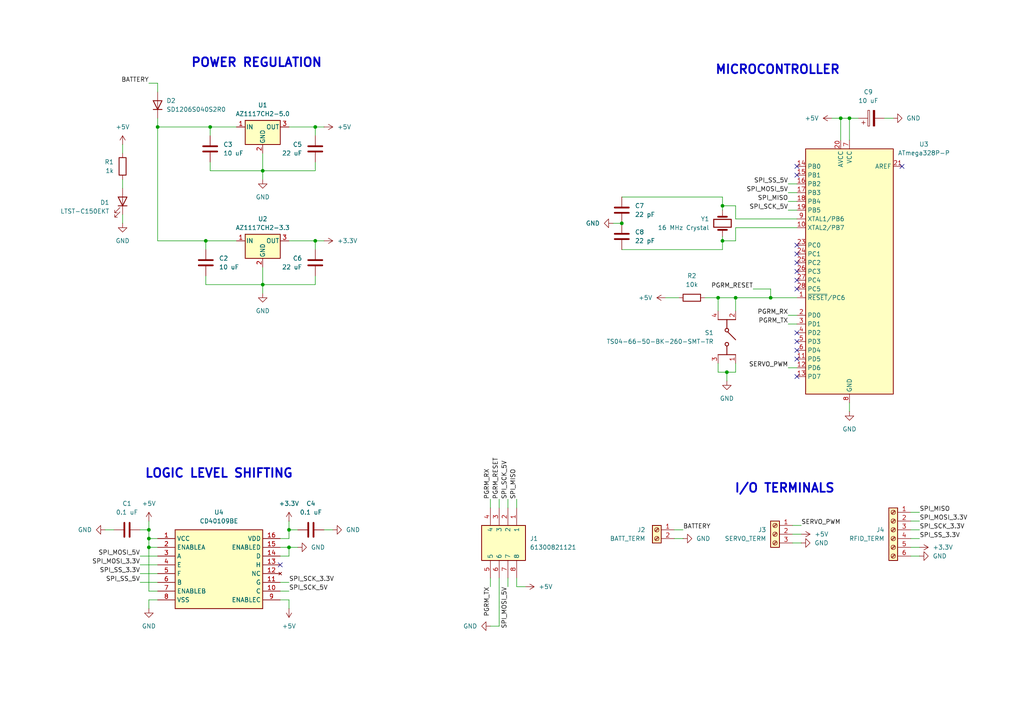
<source format=kicad_sch>
(kicad_sch (version 20250114) (generator "eeschema") (generator_version "9.0")
  (paper "A4")
  (lib_symbols
    (symbol "Connector:Screw_Terminal_01x02" (pin_names (offset 1.016) (hide yes))
      (property "Reference" "J" (at 0 2.54 0))
      (property "Value" "Screw_Terminal_01x02" (at 0 -5.08 0))
      (symbol "Screw_Terminal_01x02_1_1"
        (rectangle (start -1.27 1.27) (end 1.27 -3.81) (stroke (width 0.254)) (fill (type background)))
        (polyline (pts (xy -0.5334 0.3302) (xy 0.3302 -0.508)) (stroke (width 0.1524)))
        (polyline (pts (xy -0.5334 -2.2098) (xy 0.3302 -3.048)) (stroke (width 0.1524)))
        (polyline (pts (xy -0.3556 0.508) (xy 0.508 -0.3302)) (stroke (width 0.1524)))
        (polyline (pts (xy -0.3556 -2.032) (xy 0.508 -2.8702)) (stroke (width 0.1524)))
        (circle (center 0 0) (radius 0.635) (stroke (width 0.1524)))
        (circle (center 0 -2.54) (radius 0.635) (stroke (width 0.1524)))
        (pin passive line (at -5.08 0 0) (length 3.81) (name "Pin_1") (number "1"))
        (pin passive line (at -5.08 -2.54 0) (length 3.81) (name "Pin_2") (number "2"))
      )
    )
    (symbol "Connector:Screw_Terminal_01x03" (pin_names (offset 1.016) (hide yes))
      (property "Reference" "J" (at 0 5.08 0))
      (property "Value" "Screw_Terminal_01x03" (at 0 -5.08 0))
      (symbol "Screw_Terminal_01x03_1_1"
        (rectangle (start -1.27 3.81) (end 1.27 -3.81) (stroke (width 0.254)) (fill (type background)))
        (polyline (pts (xy -0.5334 2.8702) (xy 0.3302 2.032)) (stroke (width 0.1524)))
        (polyline (pts (xy -0.5334 0.3302) (xy 0.3302 -0.508)) (stroke (width 0.1524)))
        (polyline (pts (xy -0.5334 -2.2098) (xy 0.3302 -3.048)) (stroke (width 0.1524)))
        (polyline (pts (xy -0.3556 3.048) (xy 0.508 2.2098)) (stroke (width 0.1524)))
        (polyline (pts (xy -0.3556 0.508) (xy 0.508 -0.3302)) (stroke (width 0.1524)))
        (polyline (pts (xy -0.3556 -2.032) (xy 0.508 -2.8702)) (stroke (width 0.1524)))
        (circle (center 0 2.54) (radius 0.635) (stroke (width 0.1524)))
        (circle (center 0 0) (radius 0.635) (stroke (width 0.1524)))
        (circle (center 0 -2.54) (radius 0.635) (stroke (width 0.1524)))
        (pin passive line (at -5.08 2.54 0) (length 3.81) (name "Pin_1") (number "1"))
        (pin passive line (at -5.08 0 0) (length 3.81) (name "Pin_2") (number "2"))
        (pin passive line (at -5.08 -2.54 0) (length 3.81) (name "Pin_3") (number "3"))
      )
    )
    (symbol "Connector:Screw_Terminal_01x06" (pin_names (offset 1.016) (hide yes))
      (property "Reference" "J" (at 0 7.62 0))
      (property "Value" "Screw_Terminal_01x06" (at 0 -10.16 0))
      (symbol "Screw_Terminal_01x06_1_1"
        (rectangle (start -1.27 6.35) (end 1.27 -8.89) (stroke (width 0.254)) (fill (type background)))
        (polyline (pts (xy -0.5334 5.4102) (xy 0.3302 4.572)) (stroke (width 0.1524)))
        (polyline (pts (xy -0.5334 2.8702) (xy 0.3302 2.032)) (stroke (width 0.1524)))
        (polyline (pts (xy -0.5334 0.3302) (xy 0.3302 -0.508)) (stroke (width 0.1524)))
        (polyline (pts (xy -0.5334 -2.2098) (xy 0.3302 -3.048)) (stroke (width 0.1524)))
        (polyline (pts (xy -0.5334 -4.7498) (xy 0.3302 -5.588)) (stroke (width 0.1524)))
        (polyline (pts (xy -0.5334 -7.2898) (xy 0.3302 -8.128)) (stroke (width 0.1524)))
        (polyline (pts (xy -0.3556 5.588) (xy 0.508 4.7498)) (stroke (width 0.1524)))
        (polyline (pts (xy -0.3556 3.048) (xy 0.508 2.2098)) (stroke (width 0.1524)))
        (polyline (pts (xy -0.3556 0.508) (xy 0.508 -0.3302)) (stroke (width 0.1524)))
        (polyline (pts (xy -0.3556 -2.032) (xy 0.508 -2.8702)) (stroke (width 0.1524)))
        (polyline (pts (xy -0.3556 -4.572) (xy 0.508 -5.4102)) (stroke (width 0.1524)))
        (polyline (pts (xy -0.3556 -7.112) (xy 0.508 -7.9502)) (stroke (width 0.1524)))
        (circle (center 0 5.08) (radius 0.635) (stroke (width 0.1524)))
        (circle (center 0 2.54) (radius 0.635) (stroke (width 0.1524)))
        (circle (center 0 0) (radius 0.635) (stroke (width 0.1524)))
        (circle (center 0 -2.54) (radius 0.635) (stroke (width 0.1524)))
        (circle (center 0 -5.08) (radius 0.635) (stroke (width 0.1524)))
        (circle (center 0 -7.62) (radius 0.635) (stroke (width 0.1524)))
        (pin passive line (at -5.08 5.08 0) (length 3.81) (name "Pin_1") (number "1"))
        (pin passive line (at -5.08 2.54 0) (length 3.81) (name "Pin_2") (number "2"))
        (pin passive line (at -5.08 0 0) (length 3.81) (name "Pin_3") (number "3"))
        (pin passive line (at -5.08 -2.54 0) (length 3.81) (name "Pin_4") (number "4"))
        (pin passive line (at -5.08 -5.08 0) (length 3.81) (name "Pin_5") (number "5"))
        (pin passive line (at -5.08 -7.62 0) (length 3.81) (name "Pin_6") (number "6"))
      )
    )
    (symbol "Device:C" (pin_numbers (hide yes)) (pin_names (offset 0.254))
      (property "Reference" "C" (at 0.635 2.54 0))
      (property "Value" "C" (at 0.635 -2.54 0))
      (symbol "C_0_1"
        (polyline (pts (xy -2.032 0.762) (xy 2.032 0.762)) (stroke (width 0.508)))
        (polyline (pts (xy -2.032 -0.762) (xy 2.032 -0.762)) (stroke (width 0.508)))
      )
      (symbol "C_1_1"
        (pin passive line (at 0 3.81 270) (length 2.794) (name "~") (number "1"))
        (pin passive line (at 0 -3.81 90) (length 2.794) (name "~") (number "2"))
      )
    )
    (symbol "Device:C_Polarized" (pin_numbers (hide yes)) (pin_names (offset 0.254))
      (property "Reference" "C" (at 0.635 2.54 0))
      (property "Value" "C_Polarized" (at 0.635 -2.54 0))
      (symbol "C_Polarized_0_1"
        (rectangle (start -2.286 0.508) (end 2.286 1.016))
        (polyline (pts (xy -1.778 2.286) (xy -0.762 2.286)))
        (polyline (pts (xy -1.27 2.794) (xy -1.27 1.778)))
        (rectangle (start 2.286 -0.508) (end -2.286 -1.016) (fill (type outline)))
      )
      (symbol "C_Polarized_1_1"
        (pin passive line (at 0 3.81 270) (length 2.794) (name "~") (number "1"))
        (pin passive line (at 0 -3.81 90) (length 2.794) (name "~") (number "2"))
      )
    )
    (symbol "Device:Crystal" (pin_numbers (hide yes)) (pin_names (offset 1.016) (hide yes))
      (property "Reference" "Y" (at 0 3.81 0))
      (property "Value" "Crystal" (at 0 -3.81 0))
      (symbol "Crystal_0_1"
        (polyline (pts (xy -2.54 0) (xy -1.905 0)))
        (polyline (pts (xy -1.905 -1.27) (xy -1.905 1.27)) (stroke (width 0.508)))
        (rectangle (start -1.143 2.54) (end 1.143 -2.54) (stroke (width 0.3048)))
        (polyline (pts (xy 1.905 -1.27) (xy 1.905 1.27)) (stroke (width 0.508)))
        (polyline (pts (xy 2.54 0) (xy 1.905 0)))
      )
      (symbol "Crystal_1_1"
        (pin passive line (at -3.81 0 0) (length 1.27) (name "1") (number "1"))
        (pin passive line (at 3.81 0 180) (length 1.27) (name "2") (number "2"))
      )
    )
    (symbol "Device:D" (pin_numbers (hide yes)) (pin_names (offset 1.016) (hide yes))
      (property "Reference" "D" (at 0 2.54 0))
      (property "Value" "D" (at 0 -2.54 0))
      (symbol "D_0_1"
        (polyline (pts (xy -1.27 1.27) (xy -1.27 -1.27)) (stroke (width 0.254)))
        (polyline (pts (xy 1.27 1.27) (xy 1.27 -1.27) (xy -1.27 0) (xy 1.27 1.27)) (stroke (width 0.254)))
        (polyline (pts (xy 1.27 0) (xy -1.27 0)))
      )
      (symbol "D_1_1"
        (pin passive line (at -3.81 0 0) (length 2.54) (name "K") (number "1"))
        (pin passive line (at 3.81 0 180) (length 2.54) (name "A") (number "2"))
      )
    )
    (symbol "Device:LED" (pin_numbers (hide yes)) (pin_names (offset 1.016) (hide yes))
      (property "Reference" "D" (at 0 2.54 0))
      (property "Value" "LED" (at 0 -2.54 0))
      (symbol "LED_0_1"
        (polyline (pts (xy -3.048 -0.762) (xy -4.572 -2.286) (xy -3.81 -2.286) (xy -4.572 -2.286) (xy -4.572 -1.524)))
        (polyline (pts (xy -1.778 -0.762) (xy -3.302 -2.286) (xy -2.54 -2.286) (xy -3.302 -2.286) (xy -3.302 -1.524)))
        (polyline (pts (xy -1.27 0) (xy 1.27 0)))
        (polyline (pts (xy -1.27 -1.27) (xy -1.27 1.27)) (stroke (width 0.254)))
        (polyline (pts (xy 1.27 -1.27) (xy 1.27 1.27) (xy -1.27 0) (xy 1.27 -1.27)) (stroke (width 0.254)))
      )
      (symbol "LED_1_1"
        (pin passive line (at -3.81 0 0) (length 2.54) (name "K") (number "1"))
        (pin passive line (at 3.81 0 180) (length 2.54) (name "A") (number "2"))
      )
    )
    (symbol "Device:R" (pin_numbers (hide yes)) (pin_names (offset 0))
      (property "Reference" "R" (at 2.032 0 90))
      (property "Value" "R" (at 0 0 90))
      (symbol "R_0_1"
        (rectangle (start -1.016 -2.54) (end 1.016 2.54) (stroke (width 0.254)))
      )
      (symbol "R_1_1"
        (pin passive line (at 0 3.81 270) (length 1.27) (name "~") (number "1"))
        (pin passive line (at 0 -3.81 90) (length 1.27) (name "~") (number "2"))
      )
    )
    (symbol "MCU_Microchip_ATmega:ATmega328P-P"
      (property "Reference" "U" (at -12.7 36.83 0))
      (property "Value" "ATmega328P-P" (at 2.54 -36.83 0))
      (symbol "ATmega328P-P_0_1"
        (rectangle (start -12.7 -35.56) (end 12.7 35.56) (stroke (width 0.254)) (fill (type background)))
      )
      (symbol "ATmega328P-P_1_1"
        (pin passive line (at -15.24 30.48 0) (length 2.54) (name "AREF") (number "21"))
        (pin power_in line (at 0 38.1 270) (length 2.54) (name "VCC") (number "7"))
        (pin passive line (at 0 -38.1 90) (length 2.54) (hide yes) (name "GND") (number "22"))
        (pin power_in line (at 0 -38.1 90) (length 2.54) (name "GND") (number "8"))
        (pin power_in line (at 2.54 38.1 270) (length 2.54) (name "AVCC") (number "20"))
        (pin bidirectional line (at 15.24 30.48 180) (length 2.54) (name "PB0") (number "14"))
        (pin bidirectional line (at 15.24 27.94 180) (length 2.54) (name "PB1") (number "15"))
        (pin bidirectional line (at 15.24 25.4 180) (length 2.54) (name "PB2") (number "16"))
        (pin bidirectional line (at 15.24 22.86 180) (length 2.54) (name "PB3") (number "17"))
        (pin bidirectional line (at 15.24 20.32 180) (length 2.54) (name "PB4") (number "18"))
        (pin bidirectional line (at 15.24 17.78 180) (length 2.54) (name "PB5") (number "19"))
        (pin bidirectional line (at 15.24 15.24 180) (length 2.54) (name "XTAL1/PB6") (number "9"))
        (pin bidirectional line (at 15.24 12.7 180) (length 2.54) (name "XTAL2/PB7") (number "10"))
        (pin bidirectional line (at 15.24 7.62 180) (length 2.54) (name "PC0") (number "23"))
        (pin bidirectional line (at 15.24 5.08 180) (length 2.54) (name "PC1") (number "24"))
        (pin bidirectional line (at 15.24 2.54 180) (length 2.54) (name "PC2") (number "25"))
        (pin bidirectional line (at 15.24 0 180) (length 2.54) (name "PC3") (number "26"))
        (pin bidirectional line (at 15.24 -2.54 180) (length 2.54) (name "PC4") (number "27"))
        (pin bidirectional line (at 15.24 -5.08 180) (length 2.54) (name "PC5") (number "28"))
        (pin bidirectional line (at 15.24 -7.62 180) (length 2.54) (name "~{RESET}/PC6") (number "1"))
        (pin bidirectional line (at 15.24 -12.7 180) (length 2.54) (name "PD0") (number "2"))
        (pin bidirectional line (at 15.24 -15.24 180) (length 2.54) (name "PD1") (number "3"))
        (pin bidirectional line (at 15.24 -17.78 180) (length 2.54) (name "PD2") (number "4"))
        (pin bidirectional line (at 15.24 -20.32 180) (length 2.54) (name "PD3") (number "5"))
        (pin bidirectional line (at 15.24 -22.86 180) (length 2.54) (name "PD4") (number "6"))
        (pin bidirectional line (at 15.24 -25.4 180) (length 2.54) (name "PD5") (number "11"))
        (pin bidirectional line (at 15.24 -27.94 180) (length 2.54) (name "PD6") (number "12"))
        (pin bidirectional line (at 15.24 -30.48 180) (length 2.54) (name "PD7") (number "13"))
      )
    )
    (symbol "Regulator_Linear:AZ1117CH2-3.3" (pin_names (offset 0.254))
      (property "Reference" "U" (at -3.81 3.556 0))
      (property "Value" "AZ1117CH2-3.3" (at 0 3.556 0))
      (symbol "AZ1117CH2-3.3_0_1"
        (rectangle (start -5.08 1.905) (end 5.08 -5.08) (stroke (width 0.254)) (fill (type background)))
      )
      (symbol "AZ1117CH2-3.3_1_1"
        (pin power_in line (at -7.62 0 0) (length 2.54) (name "IN") (number "1"))
        (pin power_in line (at 0 -7.62 90) (length 2.54) (name "GND") (number "2"))
        (pin power_out line (at 7.62 0 180) (length 2.54) (name "OUT") (number "3"))
      )
    )
    (symbol "Regulator_Linear:AZ1117CH2-5.0" (pin_names (offset 0.254))
      (property "Reference" "U" (at -3.81 3.556 0))
      (property "Value" "AZ1117CH2-5.0" (at 0 3.556 0))
      (symbol "AZ1117CH2-5.0_0_1"
        (rectangle (start -5.08 1.905) (end 5.08 -5.08) (stroke (width 0.254)) (fill (type background)))
      )
      (symbol "AZ1117CH2-5.0_1_1"
        (pin power_in line (at -7.62 0 0) (length 2.54) (name "IN") (number "1"))
        (pin power_in line (at 0 -7.62 90) (length 2.54) (name "GND") (number "2"))
        (pin power_out line (at 7.62 0 180) (length 2.54) (name "OUT") (number "3"))
      )
    )
    (symbol "SamacSys_Parts:61300821121"
      (property "Reference" "J" (at 16.51 7.62 0))
      (property "Value" "61300821121" (at 16.51 5.08 0))
      (symbol "61300821121_1_1"
        (rectangle (start 5.08 2.54) (end 15.24 -10.16) (stroke (width 0.254)) (fill (type background)))
        (pin passive line (at 0 0 0) (length 5.08) (name "1") (number "1"))
        (pin passive line (at 0 -2.54 0) (length 5.08) (name "2") (number "2"))
        (pin passive line (at 0 -5.08 0) (length 5.08) (name "3") (number "3"))
        (pin passive line (at 0 -7.62 0) (length 5.08) (name "4") (number "4"))
        (pin passive line (at 20.32 0 180) (length 5.08) (name "8") (number "8"))
        (pin passive line (at 20.32 -2.54 180) (length 5.08) (name "7") (number "7"))
        (pin passive line (at 20.32 -5.08 180) (length 5.08) (name "6") (number "6"))
        (pin passive line (at 20.32 -7.62 180) (length 5.08) (name "5") (number "5"))
      )
    )
    (symbol "SamacSys_Parts:CD40109BE"
      (property "Reference" "IC" (at 31.75 7.62 0))
      (property "Value" "CD40109BE" (at 31.75 5.08 0))
      (symbol "CD40109BE_1_1"
        (rectangle (start 5.08 2.54) (end 30.48 -20.32) (stroke (width 0.254)) (fill (type background)))
        (pin power_in line (at 0 0 0) (length 5.08) (name "VCC") (number "1"))
        (pin passive line (at 0 -2.54 0) (length 5.08) (name "ENABLEA") (number "2"))
        (pin passive line (at 0 -5.08 0) (length 5.08) (name "A") (number "3"))
        (pin passive line (at 0 -7.62 0) (length 5.08) (name "E") (number "4"))
        (pin passive line (at 0 -10.16 0) (length 5.08) (name "F") (number "5"))
        (pin passive line (at 0 -12.7 0) (length 5.08) (name "B") (number "6"))
        (pin passive line (at 0 -15.24 0) (length 5.08) (name "ENABLEB") (number "7"))
        (pin power_in line (at 0 -17.78 0) (length 5.08) (name "VSS") (number "8"))
        (pin power_in line (at 35.56 0 180) (length 5.08) (name "VDD") (number "16"))
        (pin passive line (at 35.56 -2.54 180) (length 5.08) (name "ENABLED") (number "15"))
        (pin passive line (at 35.56 -5.08 180) (length 5.08) (name "D") (number "14"))
        (pin passive line (at 35.56 -7.62 180) (length 5.08) (name "H") (number "13"))
        (pin no_connect line (at 35.56 -10.16 180) (length 5.08) (name "NC") (number "12"))
        (pin passive line (at 35.56 -12.7 180) (length 5.08) (name "G") (number "11"))
        (pin passive line (at 35.56 -15.24 180) (length 5.08) (name "C") (number "10"))
        (pin passive line (at 35.56 -17.78 180) (length 5.08) (name "ENABLEC") (number "9"))
      )
    )
    (symbol "SamacSys_Parts:TS04-66-50-BK-260-SMT-TR" (pin_names (hide yes))
      (property "Reference" "S" (at 12.7 6.35 0))
      (property "Value" "TS04-66-50-BK-260-SMT-TR" (at 12.7 3.81 0))
      (symbol "TS04-66-50-BK-260-SMT-TR_1_1"
        (polyline (pts (xy 2.54 -2.54) (xy 5.08 -2.54)) (stroke (width 0.254)))
        (polyline (pts (xy 2.54 -5.08) (xy 2.54 0)) (stroke (width 0.254)))
        (circle (center 5.588 -2.54) (radius 0.508) (stroke (width 0.254)))
        (polyline (pts (xy 6.096 -2.286) (xy 8.382 0)) (stroke (width 0.254)))
        (circle (center 9.652 -2.54) (radius 0.508) (stroke (width 0.254)))
        (polyline (pts (xy 10.16 -2.54) (xy 12.7 -2.54)) (stroke (width 0.254)))
        (polyline (pts (xy 12.7 -5.08) (xy 12.7 0)) (stroke (width 0.254)))
        (pin passive line (at 0 0 0) (length 2.54) (name "COM_1") (number "2"))
        (pin passive line (at 0 -5.08 0) (length 2.54) (name "COM_2") (number "4"))
        (pin passive line (at 15.24 0 180) (length 2.54) (name "NO_1") (number "1"))
        (pin passive line (at 15.24 -5.08 180) (length 2.54) (name "NO_2") (number "3"))
      )
    )
    (symbol "power:+3.3V" (power) (pin_numbers (hide yes)) (pin_names (offset 0) (hide yes))
      (property "Value" "+3.3V" (at 0 3.556 0))
      (symbol "+3.3V_0_1"
        (polyline (pts (xy -0.762 1.27) (xy 0 2.54)))
        (polyline (pts (xy 0 2.54) (xy 0.762 1.27)))
        (polyline (pts (xy 0 0) (xy 0 2.54)))
      )
      (symbol "+3.3V_1_1"
        (pin power_in line (at 0 0 90) (length 0) (name "~") (number "1"))
      )
    )
    (symbol "power:+5V" (power) (pin_numbers (hide yes)) (pin_names (offset 0) (hide yes))
      (property "Value" "+5V" (at 0 3.556 0))
      (symbol "+5V_0_1"
        (polyline (pts (xy -0.762 1.27) (xy 0 2.54)))
        (polyline (pts (xy 0 2.54) (xy 0.762 1.27)))
        (polyline (pts (xy 0 0) (xy 0 2.54)))
      )
      (symbol "+5V_1_1"
        (pin power_in line (at 0 0 90) (length 0) (name "~") (number "1"))
      )
    )
    (symbol "power:GND" (power) (pin_numbers (hide yes)) (pin_names (offset 0) (hide yes))
      (property "Value" "GND" (at 0 -3.81 0))
      (symbol "GND_0_1"
        (polyline (pts (xy 0 0) (xy 0 -1.27) (xy 1.27 -1.27) (xy 0 -2.54) (xy -1.27 -1.27) (xy 0 -1.27)))
      )
      (symbol "GND_1_1"
        (pin power_in line (at 0 0 270) (length 0) (name "~") (number "1"))
      )
    )
  )
  (text "I/O TERMINALS" (at 227.584 141.732 0) (effects (font (size 2.54 2.54) (thickness 0.508) (bold yes))))
  (text "MICROCONTROLLER" (at 225.552 20.32 0) (effects (font (size 2.54 2.54) (thickness 0.508) (bold yes))))
  (text "POWER REGULATION" (at 74.422 18.288 0) (effects (font (size 2.54 2.54) (thickness 0.508) (bold yes))))
  (text "LOGIC LEVEL SHIFTING" (at 63.5 137.414 0) (effects (font (size 2.54 2.54) (thickness 0.508) (bold yes))))
  (junction (at 43.18 158.75))
  (junction (at 223.52 86.36))
  (junction (at 83.82 158.75))
  (junction (at 210.82 107.95))
  (junction (at 76.2 49.53))
  (junction (at 45.72 36.83))
  (junction (at 60.96 36.83))
  (junction (at 209.55 59.69))
  (junction (at 76.2 82.55))
  (junction (at 43.18 153.67))
  (junction (at 208.28 86.36))
  (junction (at 209.55 69.85))
  (junction (at 91.44 69.85))
  (junction (at 246.38 34.29))
  (junction (at 59.69 69.85))
  (junction (at 83.82 153.67))
  (junction (at 243.84 34.29))
  (junction (at 213.36 86.36))
  (junction (at 43.18 156.21))
  (junction (at 91.44 36.83))
  (junction (at 180.34 64.77))
  (no_connect (at 231.14 78.74))
  (no_connect (at 231.14 76.2))
  (no_connect (at 231.14 104.14))
  (no_connect (at 261.62 48.26))
  (no_connect (at 231.14 96.52))
  (no_connect (at 231.14 109.22))
  (no_connect (at 231.14 99.06))
  (no_connect (at 231.14 71.12))
  (no_connect (at 81.28 163.83))
  (no_connect (at 231.14 83.82))
  (no_connect (at 231.14 48.26))
  (no_connect (at 231.14 81.28))
  (no_connect (at 231.14 101.6))
  (no_connect (at 231.14 50.8))
  (no_connect (at 231.14 73.66))
  (wire (pts (xy 213.36 66.04) (xy 231.14 66.04)))
  (wire (pts (xy 229.87 152.4) (xy 232.41 152.4)))
  (wire (pts (xy 91.44 69.85) (xy 91.44 72.39)))
  (wire (pts (xy 264.16 158.75) (xy 266.7 158.75)))
  (wire (pts (xy 223.52 83.82) (xy 223.52 86.36)))
  (wire (pts (xy 35.56 41.91) (xy 35.56 44.45)))
  (wire (pts (xy 83.82 158.75) (xy 86.36 158.75)))
  (wire (pts (xy 81.28 161.29) (xy 83.82 161.29)))
  (wire (pts (xy 40.64 153.67) (xy 43.18 153.67)))
  (wire (pts (xy 76.2 82.55) (xy 76.2 77.47)))
  (wire (pts (xy 228.6 106.68) (xy 231.14 106.68)))
  (wire (pts (xy 45.72 69.85) (xy 59.69 69.85)))
  (wire (pts (xy 208.28 107.95) (xy 210.82 107.95)))
  (wire (pts (xy 83.82 161.29) (xy 83.82 158.75)))
  (wire (pts (xy 142.24 181.61) (xy 144.78 181.61)))
  (wire (pts (xy 91.44 36.83) (xy 91.44 39.37)))
  (wire (pts (xy 30.48 153.67) (xy 33.02 153.67)))
  (wire (pts (xy 40.64 161.29) (xy 45.72 161.29)))
  (wire (pts (xy 43.18 151.13) (xy 43.18 153.67)))
  (wire (pts (xy 43.18 173.99) (xy 43.18 176.53)))
  (wire (pts (xy 45.72 36.83) (xy 60.96 36.83)))
  (wire (pts (xy 264.16 153.67) (xy 266.7 153.67)))
  (wire (pts (xy 144.78 144.78) (xy 144.78 147.32)))
  (wire (pts (xy 81.28 156.21) (xy 83.82 156.21)))
  (wire (pts (xy 76.2 49.53) (xy 76.2 52.07)))
  (wire (pts (xy 91.44 82.55) (xy 76.2 82.55)))
  (wire (pts (xy 193.04 86.36) (xy 196.85 86.36)))
  (wire (pts (xy 213.36 107.95) (xy 213.36 105.41)))
  (wire (pts (xy 59.69 80.01) (xy 59.69 82.55)))
  (wire (pts (xy 83.82 153.67) (xy 83.82 156.21)))
  (wire (pts (xy 228.6 58.42) (xy 231.14 58.42)))
  (wire (pts (xy 81.28 171.45) (xy 83.82 171.45)))
  (wire (pts (xy 149.86 144.78) (xy 149.86 147.32)))
  (wire (pts (xy 180.34 57.15) (xy 209.55 57.15)))
  (wire (pts (xy 231.14 63.5) (xy 213.36 63.5)))
  (wire (pts (xy 43.18 24.13) (xy 45.72 24.13)))
  (wire (pts (xy 243.84 34.29) (xy 246.38 34.29)))
  (wire (pts (xy 228.6 55.88) (xy 231.14 55.88)))
  (wire (pts (xy 91.44 49.53) (xy 76.2 49.53)))
  (wire (pts (xy 208.28 105.41) (xy 208.28 107.95)))
  (wire (pts (xy 93.98 153.67) (xy 96.52 153.67)))
  (wire (pts (xy 259.08 34.29) (xy 256.54 34.29)))
  (wire (pts (xy 246.38 116.84) (xy 246.38 119.38)))
  (wire (pts (xy 45.72 171.45) (xy 43.18 171.45)))
  (wire (pts (xy 149.86 170.18) (xy 149.86 167.64)))
  (wire (pts (xy 60.96 36.83) (xy 68.58 36.83)))
  (wire (pts (xy 209.55 59.69) (xy 209.55 60.96)))
  (wire (pts (xy 213.36 69.85) (xy 213.36 66.04)))
  (wire (pts (xy 243.84 34.29) (xy 243.84 40.64)))
  (wire (pts (xy 210.82 107.95) (xy 210.82 110.49)))
  (wire (pts (xy 208.28 86.36) (xy 213.36 86.36)))
  (wire (pts (xy 195.58 153.67) (xy 198.12 153.67)))
  (wire (pts (xy 83.82 151.13) (xy 83.82 153.67)))
  (wire (pts (xy 83.82 36.83) (xy 91.44 36.83)))
  (wire (pts (xy 60.96 36.83) (xy 60.96 39.37)))
  (wire (pts (xy 248.92 34.29) (xy 246.38 34.29)))
  (wire (pts (xy 264.16 161.29) (xy 266.7 161.29)))
  (wire (pts (xy 144.78 181.61) (xy 144.78 167.64)))
  (wire (pts (xy 246.38 34.29) (xy 246.38 40.64)))
  (wire (pts (xy 83.82 153.67) (xy 86.36 153.67)))
  (wire (pts (xy 228.6 93.98) (xy 231.14 93.98)))
  (wire (pts (xy 223.52 86.36) (xy 231.14 86.36)))
  (wire (pts (xy 180.34 64.77) (xy 177.8 64.77)))
  (wire (pts (xy 208.28 86.36) (xy 208.28 90.17)))
  (wire (pts (xy 264.16 156.21) (xy 266.7 156.21)))
  (wire (pts (xy 40.64 166.37) (xy 45.72 166.37)))
  (wire (pts (xy 35.56 52.07) (xy 35.56 54.61)))
  (wire (pts (xy 180.34 72.39) (xy 209.55 72.39)))
  (wire (pts (xy 228.6 53.34) (xy 231.14 53.34)))
  (wire (pts (xy 228.6 60.96) (xy 231.14 60.96)))
  (wire (pts (xy 195.58 156.21) (xy 198.12 156.21)))
  (wire (pts (xy 43.18 156.21) (xy 43.18 158.75)))
  (wire (pts (xy 43.18 153.67) (xy 43.18 156.21)))
  (wire (pts (xy 213.36 86.36) (xy 223.52 86.36)))
  (wire (pts (xy 229.87 157.48) (xy 232.41 157.48)))
  (wire (pts (xy 83.82 69.85) (xy 91.44 69.85)))
  (wire (pts (xy 264.16 148.59) (xy 266.7 148.59)))
  (wire (pts (xy 60.96 46.99) (xy 60.96 49.53)))
  (wire (pts (xy 209.55 69.85) (xy 213.36 69.85)))
  (wire (pts (xy 91.44 46.99) (xy 91.44 49.53)))
  (wire (pts (xy 209.55 57.15) (xy 209.55 59.69)))
  (wire (pts (xy 83.82 158.75) (xy 81.28 158.75)))
  (wire (pts (xy 81.28 168.91) (xy 83.82 168.91)))
  (wire (pts (xy 213.36 86.36) (xy 213.36 90.17)))
  (wire (pts (xy 43.18 156.21) (xy 45.72 156.21)))
  (wire (pts (xy 76.2 82.55) (xy 76.2 85.09)))
  (wire (pts (xy 91.44 80.01) (xy 91.44 82.55)))
  (wire (pts (xy 93.98 69.85) (xy 91.44 69.85)))
  (wire (pts (xy 209.55 59.69) (xy 213.36 59.69)))
  (wire (pts (xy 40.64 168.91) (xy 45.72 168.91)))
  (wire (pts (xy 218.44 83.82) (xy 223.52 83.82)))
  (wire (pts (xy 228.6 91.44) (xy 231.14 91.44)))
  (wire (pts (xy 76.2 49.53) (xy 76.2 44.45)))
  (wire (pts (xy 142.24 170.18) (xy 142.24 167.64)))
  (wire (pts (xy 43.18 158.75) (xy 43.18 171.45)))
  (wire (pts (xy 204.47 86.36) (xy 208.28 86.36)))
  (wire (pts (xy 264.16 151.13) (xy 266.7 151.13)))
  (wire (pts (xy 142.24 144.78) (xy 142.24 147.32)))
  (wire (pts (xy 81.28 173.99) (xy 83.82 173.99)))
  (wire (pts (xy 35.56 62.23) (xy 35.56 64.77)))
  (wire (pts (xy 213.36 63.5) (xy 213.36 59.69)))
  (wire (pts (xy 210.82 107.95) (xy 213.36 107.95)))
  (wire (pts (xy 241.3 34.29) (xy 243.84 34.29)))
  (wire (pts (xy 83.82 173.99) (xy 83.82 176.53)))
  (wire (pts (xy 43.18 158.75) (xy 45.72 158.75)))
  (wire (pts (xy 152.4 170.18) (xy 149.86 170.18)))
  (wire (pts (xy 59.69 69.85) (xy 68.58 69.85)))
  (wire (pts (xy 60.96 49.53) (xy 76.2 49.53)))
  (wire (pts (xy 59.69 69.85) (xy 59.69 72.39)))
  (wire (pts (xy 45.72 36.83) (xy 45.72 69.85)))
  (wire (pts (xy 209.55 69.85) (xy 209.55 72.39)))
  (wire (pts (xy 229.87 154.94) (xy 232.41 154.94)))
  (wire (pts (xy 59.69 82.55) (xy 76.2 82.55)))
  (wire (pts (xy 93.98 36.83) (xy 91.44 36.83)))
  (wire (pts (xy 147.32 170.18) (xy 147.32 167.64)))
  (wire (pts (xy 209.55 68.58) (xy 209.55 69.85)))
  (wire (pts (xy 45.72 173.99) (xy 43.18 173.99)))
  (wire (pts (xy 45.72 34.29) (xy 45.72 36.83)))
  (wire (pts (xy 45.72 24.13) (xy 45.72 26.67)))
  (wire (pts (xy 40.64 163.83) (xy 45.72 163.83)))
  (wire (pts (xy 147.32 144.78) (xy 147.32 147.32)))
  (label "SPI_SCK_5V" (at 228.6 60.96 180))
  (label "PGRM_TX" (at 142.24 170.18 270))
  (label "PGRM_RESET" (at 218.44 83.82 180) (effects (font (thickness 0.1588))))
  (label "SPI_MISO" (at 149.86 144.78 90))
  (label "SPI_MISO" (at 266.7 148.59 0))
  (label "SPI_SCK_3.3V" (at 83.82 168.91 0))
  (label "SPI_MOSI_5V" (at 228.6 55.88 180))
  (label "SPI_MOSI_5V" (at 147.32 170.18 270))
  (label "PGRM_RESET" (at 144.78 144.78 90))
  (label "SPI_SS_5V" (at 228.6 53.34 180))
  (label "SPI_SCK_3.3V" (at 266.7 153.67 0))
  (label "SPI_MOSI_3.3V" (at 266.7 151.13 0))
  (label "PGRM_RX" (at 142.24 144.78 90))
  (label "PGRM_TX" (at 228.6 93.98 180))
  (label "SPI_SS_5V" (at 40.64 168.91 180))
  (label "BATTERY" (at 43.18 24.13 180))
  (label "SPI_MOSI_3.3V" (at 40.64 163.83 180))
  (label "SERVO_PWM" (at 232.41 152.4 0))
  (label "SPI_SS_3.3V" (at 40.64 166.37 180))
  (label "SPI_SCK_5V" (at 147.32 144.78 90))
  (label "SPI_MISO" (at 228.6 58.42 180))
  (label "SERVO_PWM" (at 228.6 106.68 180) (effects (font (thickness 0.1588))))
  (label "SPI_SCK_5V" (at 83.82 171.45 0))
  (label "PGRM_RX" (at 228.6 91.44 180) (effects (font (thickness 0.1588))))
  (label "SPI_MOSI_5V" (at 40.64 161.29 180))
  (label "SPI_SS_3.3V" (at 266.7 156.21 0))
  (label "BATTERY" (at 198.12 153.67 0))
  (symbol (lib_id "Device:LED") (at 35.56 58.42 270) (mirror x) (unit 1)
    (property "Reference" "D1" (at 31.75 58.7374 90) (effects (justify right)))
    (property "Value" "LTST-C150EKT" (at 31.75 61.2774 90) (effects (justify right)))
    (property "Footprint" "LED_SMD:LED_1206_3216Metric_Pad1.42x1.75mm_HandSolder" (effects (hide yes)))
    (property "Description" "Light emitting diode" (effects (hide yes)))
    (property "Sim.Pins" "1=K 2=A" (effects (hide yes)))
  )
  (symbol (lib_id "power:GND") (at 76.2 52.07 0) (unit 1)
    (property "Reference" "#PWR06" (effects (hide yes)))
    (property "Value" "GND" (at 76.2 57.15 0))
    (property "Description" "Power symbol creates a global label with name \"GND\" , ground" (effects (hide yes)))
  )
  (symbol (lib_id "power:GND") (at 96.52 153.67 90) (unit 1)
    (property "Reference" "#PWR013" (effects (hide yes)))
    (property "Value" "GND" (at 100.33 153.6699 90) (effects (justify right)))
    (property "Description" "Power symbol creates a global label with name \"GND\" , ground" (effects (hide yes)))
  )
  (symbol (lib_id "Connector:Screw_Terminal_01x06") (at 259.08 153.67 0) (mirror y) (unit 1)
    (property "Reference" "J4" (at 256.54 153.6699 0) (effects (justify left)))
    (property "Value" "RFID_TERM" (at 256.54 156.2099 0) (effects (justify left)))
    (property "Footprint" "TerminalBlock_Phoenix:TerminalBlock_Phoenix_PT-1,5-6-5.0-H_1x06_P5.00mm_Horizontal" (effects (hide yes)))
    (property "Description" "Generic screw terminal, single row, 01x06, script generated (kicad-library-utils/schlib/autogen/connector/)" (effects (hide yes)))
  )
  (symbol (lib_id "Device:C") (at 60.96 43.18 0) (unit 1)
    (property "Reference" "C3" (at 64.77 41.9099 0) (effects (justify left)))
    (property "Value" "10 uF" (at 64.77 44.4499 0) (effects (justify left)))
    (property "Footprint" "Capacitor_SMD:C_1206_3216Metric_Pad1.33x1.80mm_HandSolder" (effects (hide yes)))
    (property "Description" "Unpolarized capacitor" (effects (hide yes)))
  )
  (symbol (lib_id "Device:C") (at 91.44 43.18 0) (unit 1)
    (property "Reference" "C5" (at 87.63 41.9099 0) (effects (justify right)))
    (property "Value" "22 uF" (at 87.63 44.4499 0) (effects (justify right)))
    (property "Footprint" "Capacitor_SMD:C_1206_3216Metric_Pad1.33x1.80mm_HandSolder" (effects (hide yes)))
    (property "Description" "Unpolarized capacitor" (effects (hide yes)))
  )
  (symbol (lib_id "Device:C") (at 180.34 68.58 0) (unit 1)
    (property "Reference" "C8" (at 184.15 67.3099 0) (effects (justify left)))
    (property "Value" "22 pF" (at 184.15 69.8499 0) (effects (justify left)))
    (property "Footprint" "Capacitor_SMD:C_1206_3216Metric_Pad1.33x1.80mm_HandSolder" (effects (hide yes)))
    (property "Description" "Unpolarized capacitor" (effects (hide yes)))
  )
  (symbol (lib_id "Device:D") (at 45.72 30.48 90) (unit 1)
    (property "Reference" "D2" (at 48.26 29.2099 90) (effects (justify right)))
    (property "Value" "SD1206S040S2R0" (at 48.26 31.7499 90) (effects (justify right)))
    (property "Footprint" "Diode_SMD:D_1206_3216Metric_Pad1.42x1.75mm_HandSolder" (effects (hide yes)))
    (property "Description" "Diode" (effects (hide yes)))
    (property "Sim.Device" "D" (effects (hide yes)))
    (property "Sim.Pins" "1=K 2=A" (effects (hide yes)))
  )
  (symbol (lib_id "power:GND") (at 210.82 110.49 0) (unit 1)
    (property "Reference" "#PWR019" (effects (hide yes)))
    (property "Value" "GND" (at 210.82 115.57 0))
    (property "Description" "Power symbol creates a global label with name \"GND\" , ground" (effects (hide yes)))
  )
  (symbol (lib_id "SamacSys_Parts:CD40109BE") (at 45.72 156.21 0) (unit 1)
    (property "Reference" "U4" (at 63.5 148.59 0))
    (property "Value" "CD40109BE" (at 63.5 151.13 0))
    (property "Footprint" "SamacSys_Parts:DIP794W53P254L1930H508Q16N" (effects (hide yes)))
    (property "Datasheet" "http://www.ti.com/lit/ds/symlink/cd40109b.pdf" (effects (hide yes)))
    (property "Description" "CD40109BE, Voltage Level Shifter 3-State 3  18 V 16-Pin PDIP" (effects (hide yes)))
    (property "Height" "5.08" (effects (hide yes)))
    (property "Manufacturer_Name" "Texas Instruments" (effects (hide yes)))
    (property "Manufacturer_Part_Number" "CD40109BE" (effects (hide yes)))
    (property "Mouser Part Number" "595-CD40109BE" (effects (hide yes)))
    (property "Mouser Price/Stock" "https://www.mouser.co.uk/ProductDetail/Texas-Instruments/CD40109BE?qs=gb35HGp1gQIrpwwQZIZgDQ%3D%3D" (effects (hide yes)))
    (property "Arrow Part Number" "CD40109BE" (effects (hide yes)))
    (property "Arrow Price/Stock" "https://www.arrow.com/en/products/cd40109be/texas-instruments?region=nac" (effects (hide yes)))
  )
  (symbol (lib_id "power:+5V") (at 152.4 170.18 270) (unit 1)
    (property "Reference" "#PWR015" (effects (hide yes)))
    (property "Value" "+5V" (at 156.21 170.1799 90) (effects (justify left)))
    (property "Description" "Power symbol creates a global label with name \"+5V\"" (effects (hide yes)))
  )
  (symbol (lib_id "Device:R") (at 35.56 48.26 0) (mirror y) (unit 1)
    (property "Reference" "R1" (at 33.02 46.9899 0) (effects (justify left)))
    (property "Value" "1k" (at 33.02 49.5299 0) (effects (justify left)))
    (property "Footprint" "Resistor_SMD:R_1206_3216Metric_Pad1.30x1.75mm_HandSolder" (effects (hide yes)))
    (property "Description" "Resistor" (effects (hide yes)))
  )
  (symbol (lib_id "Regulator_Linear:AZ1117CH2-5.0") (at 76.2 36.83 0) (unit 1)
    (property "Reference" "U1" (at 76.2 30.48 0))
    (property "Value" "AZ1117CH2-5.0" (at 76.2 33.02 0))
    (property "Footprint" "Package_TO_SOT_SMD:SOT-223-3_TabPin2" (effects (hide yes)))
    (property "Datasheet" "https://www.diodes.com/assets/Datasheets/AZ1117C.pdf" (effects (hide yes)))
    (property "Description" "1A Fixed 5.0V LDO Linear Regulator, 15V Max Input, SOT-223" (effects (hide yes)))
  )
  (symbol (lib_id "power:+5V") (at 232.41 154.94 270) (mirror x) (unit 1)
    (property "Reference" "#PWR020" (effects (hide yes)))
    (property "Value" "+5V" (at 236.22 154.9401 90) (effects (justify left)))
    (property "Description" "Power symbol creates a global label with name \"+5V\"" (effects (hide yes)))
  )
  (symbol (lib_id "power:+5V") (at 93.98 36.83 270) (unit 1)
    (property "Reference" "#PWR011" (effects (hide yes)))
    (property "Value" "+5V" (at 97.79 36.8299 90) (effects (justify left)))
    (property "Description" "Power symbol creates a global label with name \"+5V\"" (effects (hide yes)))
  )
  (symbol (lib_id "power:GND") (at 246.38 119.38 0) (unit 1)
    (property "Reference" "#PWR023" (effects (hide yes)))
    (property "Value" "GND" (at 246.38 124.46 0))
    (property "Description" "Power symbol creates a global label with name \"GND\" , ground" (effects (hide yes)))
  )
  (symbol (lib_id "Connector:Screw_Terminal_01x03") (at 224.79 154.94 0) (mirror y) (unit 1)
    (property "Reference" "J3" (at 222.25 153.6699 0) (effects (justify left)))
    (property "Value" "SERVO_TERM" (at 222.25 156.2099 0) (effects (justify left)))
    (property "Footprint" "TerminalBlock_Phoenix:TerminalBlock_Phoenix_PT-1,5-3-5.0-H_1x03_P5.00mm_Horizontal" (effects (hide yes)))
    (property "Description" "Generic screw terminal, single row, 01x03, script generated (kicad-library-utils/schlib/autogen/connector/)" (effects (hide yes)))
  )
  (symbol (lib_id "power:GND") (at 259.08 34.29 90) (unit 1)
    (property "Reference" "#PWR024" (effects (hide yes)))
    (property "Value" "GND" (at 262.89 34.2899 90) (effects (justify right)))
    (property "Description" "Power symbol creates a global label with name \"GND\" , ground" (effects (hide yes)))
  )
  (symbol (lib_id "Regulator_Linear:AZ1117CH2-3.3") (at 76.2 69.85 0) (unit 1)
    (property "Reference" "U2" (at 76.2 63.5 0))
    (property "Value" "AZ1117CH2-3.3" (at 76.2 66.04 0))
    (property "Footprint" "Package_TO_SOT_SMD:SOT-223-3_TabPin2" (effects (hide yes)))
    (property "Datasheet" "https://www.diodes.com/assets/Datasheets/AZ1117C.pdf" (effects (hide yes)))
    (property "Description" "1A Fixed 3.3V LDO Linear Regulator, 15V Max Input, SOT-223" (effects (hide yes)))
  )
  (symbol (lib_id "Device:R") (at 200.66 86.36 90) (unit 1)
    (property "Reference" "R2" (at 200.66 80.01 90))
    (property "Value" "10k" (at 200.66 82.55 90))
    (property "Footprint" "Resistor_SMD:R_1206_3216Metric_Pad1.30x1.75mm_HandSolder" (effects (hide yes)))
    (property "Description" "Resistor" (effects (hide yes)))
  )
  (symbol (lib_id "power:+5V") (at 35.56 41.91 0) (unit 1)
    (property "Reference" "#PWR02" (effects (hide yes)))
    (property "Value" "+5V" (at 35.56 36.83 0))
    (property "Description" "Power symbol creates a global label with name \"+5V\"" (effects (hide yes)))
  )
  (symbol (lib_id "Device:C") (at 91.44 76.2 0) (unit 1)
    (property "Reference" "C6" (at 87.63 74.9299 0) (effects (justify right)))
    (property "Value" "22 uF" (at 87.63 77.4699 0) (effects (justify right)))
    (property "Footprint" "Capacitor_SMD:C_1206_3216Metric_Pad1.33x1.80mm_HandSolder" (effects (hide yes)))
    (property "Description" "Unpolarized capacitor" (effects (hide yes)))
  )
  (symbol (lib_id "power:+3.3V") (at 93.98 69.85 270) (unit 1)
    (property "Reference" "#PWR012" (effects (hide yes)))
    (property "Value" "+3.3V" (at 97.79 69.8499 90) (effects (justify left)))
    (property "Description" "Power symbol creates a global label with name \"+3.3V\"" (effects (hide yes)))
  )
  (symbol (lib_id "power:GND") (at 35.56 64.77 0) (unit 1)
    (property "Reference" "#PWR03" (effects (hide yes)))
    (property "Value" "GND" (at 35.56 69.85 0))
    (property "Description" "Power symbol creates a global label with name \"GND\" , ground" (effects (hide yes)))
  )
  (symbol (lib_id "Device:C") (at 59.69 76.2 0) (unit 1)
    (property "Reference" "C2" (at 63.5 74.9299 0) (effects (justify left)))
    (property "Value" "10 uF" (at 63.5 77.4699 0) (effects (justify left)))
    (property "Footprint" "Capacitor_SMD:C_1206_3216Metric_Pad1.33x1.80mm_HandSolder" (effects (hide yes)))
    (property "Description" "Unpolarized capacitor" (effects (hide yes)))
  )
  (symbol (lib_id "SamacSys_Parts:TS04-66-50-BK-260-SMT-TR") (at 213.36 90.17 270) (unit 1)
    (property "Reference" "S1" (at 207.01 96.5199 90) (effects (justify right)))
    (property "Value" "TS04-66-50-BK-260-SMT-TR" (at 207.01 99.0599 90) (effects (justify right)))
    (property "Footprint" "SamacSys_Parts:TS046650BK260SMTTR" (effects (hide yes)))
    (property "Datasheet" "https://www.sameskydevices.com/product/resource/ts04.pdf" (effects (hide yes)))
    (property "Description" "6 x 6 mm, 5 mm Actuator Height, 260 gf, Black, Surface Mount, SPST, Tactile Switch" (effects (hide yes)))
    (property "Height" "5.3" (effects (hide yes)))
    (property "Manufacturer_Name" "Same Sky" (effects (hide yes)))
    (property "Manufacturer_Part_Number" "TS04-66-50-BK-260-SMT-TR" (effects (hide yes)))
    (property "Mouser Part Number" "179-TS046650BK260SMR" (effects (hide yes)))
    (property "Mouser Price/Stock" "https://www.mouser.co.uk/ProductDetail/Same-Sky/TS04-66-50-BK-260-SMT-TR?qs=VJzv269c%252BPbVPWxRerCmIg%3D%3D" (effects (hide yes)))
    (property "Arrow Part Number" "TS04-66-50-BK-260-SMT-TR" (effects (hide yes)))
    (property "Arrow Price/Stock" "https://www.arrow.com/en/products/ts04-66-50-bk-260-smt-tr/cui-devices?utm_currency=USD&region=nac" (effects (hide yes)))
  )
  (symbol (lib_id "power:GND") (at 198.12 156.21 90) (unit 1)
    (property "Reference" "#PWR018" (effects (hide yes)))
    (property "Value" "GND" (at 201.93 156.2099 90) (effects (justify right)))
    (property "Description" "Power symbol creates a global label with name \"GND\" , ground" (effects (hide yes)))
  )
  (symbol (lib_id "power:GND") (at 76.2 85.09 0) (unit 1)
    (property "Reference" "#PWR07" (effects (hide yes)))
    (property "Value" "GND" (at 76.2 90.17 0))
    (property "Description" "Power symbol creates a global label with name \"GND\" , ground" (effects (hide yes)))
  )
  (symbol (lib_id "power:GND") (at 266.7 161.29 90) (mirror x) (unit 1)
    (property "Reference" "#PWR026" (effects (hide yes)))
    (property "Value" "GND" (at 270.51 161.2901 90) (effects (justify right)))
    (property "Description" "Power symbol creates a global label with name \"GND\" , ground" (effects (hide yes)))
  )
  (symbol (lib_id "power:GND") (at 30.48 153.67 270) (unit 1)
    (property "Reference" "#PWR01" (effects (hide yes)))
    (property "Value" "GND" (at 26.67 153.6699 90) (effects (justify right)))
    (property "Description" "Power symbol creates a global label with name \"GND\" , ground" (effects (hide yes)))
  )
  (symbol (lib_id "power:+3.3V") (at 266.7 158.75 270) (mirror x) (unit 1)
    (property "Reference" "#PWR025" (effects (hide yes)))
    (property "Value" "+3.3V" (at 270.51 158.7501 90) (effects (justify left)))
    (property "Description" "Power symbol creates a global label with name \"+3.3V\"" (effects (hide yes)))
  )
  (symbol (lib_id "power:GND") (at 86.36 158.75 90) (unit 1)
    (property "Reference" "#PWR010" (effects (hide yes)))
    (property "Value" "GND" (at 90.17 158.7499 90) (effects (justify right)))
    (property "Description" "Power symbol creates a global label with name \"GND\" , ground" (effects (hide yes)))
  )
  (symbol (lib_id "power:GND") (at 43.18 176.53 0) (unit 1)
    (property "Reference" "#PWR05" (effects (hide yes)))
    (property "Value" "GND" (at 43.18 181.61 0))
    (property "Description" "Power symbol creates a global label with name \"GND\" , ground" (effects (hide yes)))
  )
  (symbol (lib_id "power:GND") (at 142.24 181.61 270) (unit 1)
    (property "Reference" "#PWR014" (effects (hide yes)))
    (property "Value" "GND" (at 138.43 181.6099 90) (effects (justify right)))
    (property "Description" "Power symbol creates a global label with name \"GND\" , ground" (effects (hide yes)))
  )
  (symbol (lib_id "Device:C") (at 90.17 153.67 90) (unit 1)
    (property "Reference" "C4" (at 90.17 146.05 90))
    (property "Value" "0.1 uF" (at 90.17 148.59 90))
    (property "Footprint" "Capacitor_SMD:C_1206_3216Metric_Pad1.33x1.80mm_HandSolder" (effects (hide yes)))
    (property "Description" "Unpolarized capacitor" (effects (hide yes)))
  )
  (symbol (lib_id "power:+5V") (at 241.3 34.29 90) (unit 1)
    (property "Reference" "#PWR022" (effects (hide yes)))
    (property "Value" "+5V" (at 237.49 34.2899 90) (effects (justify left)))
    (property "Description" "Power symbol creates a global label with name \"+5V\"" (effects (hide yes)))
  )
  (symbol (lib_id "Connector:Screw_Terminal_01x02") (at 190.5 153.67 0) (mirror y) (unit 1)
    (property "Reference" "J2" (at 187.198 153.67 0) (effects (justify left)))
    (property "Value" "BATT_TERM" (at 187.198 156.21 0) (effects (justify left)))
    (property "Footprint" "TerminalBlock_Phoenix:TerminalBlock_Phoenix_PT-1,5-2-5.0-H_1x02_P5.00mm_Horizontal" (effects (hide yes)))
    (property "Description" "Generic screw terminal, single row, 01x02, script generated (kicad-library-utils/schlib/autogen/connector/)" (effects (hide yes)))
  )
  (symbol (lib_id "SamacSys_Parts:61300821121") (at 149.86 147.32 270) (unit 1)
    (property "Reference" "J1" (at 153.67 156.2099 90) (effects (justify left)))
    (property "Value" "61300821121" (at 153.67 158.7499 90) (effects (justify left)))
    (property "Footprint" "SamacSys_Parts:61300821121" (effects (hide yes)))
    (property "Datasheet" "https://www.we-online.com/components/products/download/3D_61300821121+%28rev1%29.pdf" (effects (hide yes)))
    (property "Description" "WR-PHD 2.54 mm Dual Row  Pin Header 8 pins, dual Row , straight, gold plating" (effects (hide yes)))
    (property "Height" "8.69" (effects (hide yes)))
    (property "Manufacturer_Name" "Wurth Elektronik" (effects (hide yes)))
    (property "Manufacturer_Part_Number" "61300821121" (effects (hide yes)))
    (property "Mouser Part Number" "710-61300821121" (effects (hide yes)))
    (property "Mouser Price/Stock" "https://www.mouser.co.uk/ProductDetail/Wurth-Elektronik/61300821121?qs=PhR8RmCirEZmTYQilRTqTw%3D%3D" (effects (hide yes)))
  )
  (symbol (lib_id "power:+5V") (at 193.04 86.36 90) (unit 1)
    (property "Reference" "#PWR017" (effects (hide yes)))
    (property "Value" "+5V" (at 189.23 86.3599 90) (effects (justify left)))
    (property "Description" "Power symbol creates a global label with name \"+5V\"" (effects (hide yes)))
  )
  (symbol (lib_id "power:GND") (at 177.8 64.77 270) (unit 1)
    (property "Reference" "#PWR016" (effects (hide yes)))
    (property "Value" "GND" (at 173.99 64.7699 90) (effects (justify right)))
    (property "Description" "Power symbol creates a global label with name \"GND\" , ground" (effects (hide yes)))
  )
  (symbol (lib_id "power:+3.3V") (at 83.82 151.13 0) (unit 1)
    (property "Reference" "#PWR08" (effects (hide yes)))
    (property "Value" "+3.3V" (at 83.82 146.05 0))
    (property "Description" "Power symbol creates a global label with name \"+3.3V\"" (effects (hide yes)))
  )
  (symbol (lib_id "power:GND") (at 232.41 157.48 90) (mirror x) (unit 1)
    (property "Reference" "#PWR021" (effects (hide yes)))
    (property "Value" "GND" (at 236.22 157.4801 90) (effects (justify right)))
    (property "Description" "Power symbol creates a global label with name \"GND\" , ground" (effects (hide yes)))
  )
  (symbol (lib_id "power:+5V") (at 43.18 151.13 0) (unit 1)
    (property "Reference" "#PWR04" (effects (hide yes)))
    (property "Value" "+5V" (at 43.18 146.05 0))
    (property "Description" "Power symbol creates a global label with name \"+5V\"" (effects (hide yes)))
  )
  (symbol (lib_id "Device:Crystal") (at 209.55 64.77 90) (mirror x) (unit 1)
    (property "Reference" "Y1" (at 205.74 63.4999 90) (effects (justify left)))
    (property "Value" "16 MHz Crystal" (at 205.74 66.0399 90) (effects (justify left)))
    (property "Footprint" "Crystal:Crystal_HC49-U_Vertical" (effects (hide yes)))
    (property "Description" "Two pin crystal" (effects (hide yes)))
  )
  (symbol (lib_id "MCU_Microchip_ATmega:ATmega328P-P") (at 246.38 78.74 0) (mirror y) (unit 1)
    (property "Reference" "U3" (at 267.97 41.8398 0))
    (property "Value" "ATmega328P-P" (at 267.97 44.3798 0))
    (property "Footprint" "Package_DIP:DIP-28_W7.62mm" (effects (hide yes)))
    (property "Datasheet" "http://ww1.microchip.com/downloads/en/DeviceDoc/ATmega328_P%20AVR%20MCU%20with%20picoPower%20Technology%20Data%20Sheet%2040001984A.pdf" (effects (hide yes)))
    (property "Description" "20MHz, 32kB Flash, 2kB SRAM, 1kB EEPROM, DIP-28" (effects (hide yes)))
  )
  (symbol (lib_id "Device:C") (at 180.34 60.96 0) (unit 1)
    (property "Reference" "C7" (at 184.15 59.6899 0) (effects (justify left)))
    (property "Value" "22 pF" (at 184.15 62.2299 0) (effects (justify left)))
    (property "Footprint" "Capacitor_SMD:C_1206_3216Metric_Pad1.33x1.80mm_HandSolder" (effects (hide yes)))
    (property "Description" "Unpolarized capacitor" (effects (hide yes)))
  )
  (symbol (lib_id "Device:C") (at 36.83 153.67 90) (unit 1)
    (property "Reference" "C1" (at 36.83 146.05 90))
    (property "Value" "0.1 uF" (at 36.83 148.59 90))
    (property "Footprint" "Capacitor_SMD:C_1206_3216Metric_Pad1.33x1.80mm_HandSolder" (effects (hide yes)))
    (property "Description" "Unpolarized capacitor" (effects (hide yes)))
  )
  (symbol (lib_id "power:+5V") (at 83.82 176.53 180) (unit 1)
    (property "Reference" "#PWR09" (effects (hide yes)))
    (property "Value" "+5V" (at 83.82 181.61 0))
    (property "Description" "Power symbol creates a global label with name \"+5V\"" (effects (hide yes)))
  )
  (symbol (lib_id "Device:C_Polarized") (at 252.73 34.29 90) (unit 1)
    (property "Reference" "C9" (at 251.841 26.67 90))
    (property "Value" "10 uF" (at 251.841 29.21 90))
    (property "Footprint" "Capacitor_THT:CP_Radial_D5.0mm_P2.00mm" (effects (hide yes)))
    (property "Description" "Polarized capacitor" (effects (hide yes)))
  )
)
</source>
